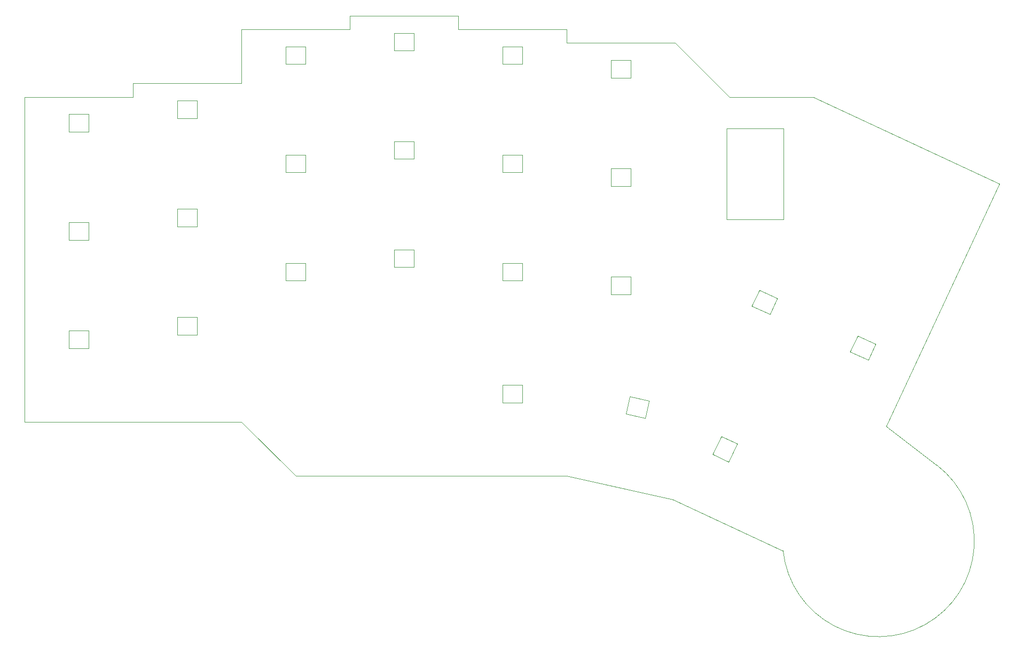
<source format=gbr>
%TF.GenerationSoftware,KiCad,Pcbnew,7.0.5*%
%TF.CreationDate,2024-03-19T12:27:36+08:00*%
%TF.ProjectId,Prime52left,5072696d-6535-4326-9c65-66742e6b6963,rev?*%
%TF.SameCoordinates,Original*%
%TF.FileFunction,Profile,NP*%
%FSLAX46Y46*%
G04 Gerber Fmt 4.6, Leading zero omitted, Abs format (unit mm)*
G04 Created by KiCad (PCBNEW 7.0.5) date 2024-03-19 12:27:36*
%MOMM*%
%LPD*%
G01*
G04 APERTURE LIST*
%TA.AperFunction,Profile*%
%ADD10C,0.100000*%
%TD*%
%TA.AperFunction,Profile*%
%ADD11C,0.120000*%
%TD*%
%TA.AperFunction,Profile*%
%ADD12C,0.050000*%
%TD*%
G04 APERTURE END LIST*
D10*
X129770000Y-69845000D02*
X129770000Y-67464000D01*
X91670000Y-65082000D02*
X91670000Y-67464000D01*
X34520000Y-136520000D02*
X72620000Y-136520000D01*
X129770000Y-67464000D02*
X110720000Y-67464000D01*
X205804024Y-94615231D02*
X185889404Y-137298714D01*
X53570000Y-76989000D02*
X53570000Y-79370000D01*
X110720000Y-65082000D02*
X91670000Y-65082000D01*
X34520000Y-79370000D02*
X34520000Y-136520000D01*
X167782170Y-159218430D02*
G75*
G03*
X194784067Y-144141201I16750530J1718920D01*
G01*
X72620000Y-136520000D02*
X82145000Y-146045000D01*
X148370036Y-150166521D02*
X167782177Y-159218429D01*
X148820000Y-69845000D02*
X129770000Y-69845000D01*
X110720000Y-67464000D02*
X110720000Y-65082000D01*
X148370036Y-150166521D02*
X129770802Y-146044608D01*
X72620000Y-67464000D02*
X72620000Y-76989000D01*
X158345000Y-79370000D02*
X173099719Y-79370000D01*
X148820000Y-69845000D02*
X158345000Y-79370000D01*
X205802981Y-94616175D02*
X173099719Y-79370000D01*
X53570000Y-79370000D02*
X34520000Y-79370000D01*
X129770000Y-146045000D02*
X82145000Y-146045000D01*
X91670000Y-67464000D02*
X72620000Y-67464000D01*
X194784067Y-144141200D02*
X185889404Y-137298714D01*
X72620000Y-76989000D02*
X53570000Y-76989000D01*
D11*
%TO.C,RE1*%
X157870000Y-84895000D02*
X157870000Y-100895000D01*
X157870000Y-84895000D02*
X167870000Y-84895000D01*
X157870000Y-100895000D02*
X167870000Y-100895000D01*
X167870000Y-100895000D02*
X167870000Y-84895000D01*
D12*
%TO.C,L6*%
X137545000Y-91940000D02*
X137545000Y-95040000D01*
X137545000Y-95040000D02*
X141045000Y-95040000D01*
X141045000Y-91940000D02*
X137545000Y-91940000D01*
X141045000Y-95040000D02*
X141045000Y-91940000D01*
%TO.C,L18*%
X61345000Y-118134000D02*
X61345000Y-121234000D01*
X61345000Y-121234000D02*
X64845000Y-121234000D01*
X64845000Y-118134000D02*
X61345000Y-118134000D01*
X64845000Y-121234000D02*
X64845000Y-118134000D01*
%TO.C,L14*%
X99445000Y-68127000D02*
X99445000Y-71227000D01*
X99445000Y-71227000D02*
X102945000Y-71227000D01*
X102945000Y-68127000D02*
X99445000Y-68127000D01*
X102945000Y-71227000D02*
X102945000Y-68127000D01*
%TO.C,L21*%
X45795000Y-85515000D02*
X45795000Y-82415000D01*
X45795000Y-82415000D02*
X42295000Y-82415000D01*
X42295000Y-85515000D02*
X45795000Y-85515000D01*
X42295000Y-82415000D02*
X42295000Y-85515000D01*
%TO.C,L13*%
X99445000Y-87177000D02*
X99445000Y-90277000D01*
X99445000Y-90277000D02*
X102945000Y-90277000D01*
X102945000Y-87177000D02*
X99445000Y-87177000D01*
X102945000Y-90277000D02*
X102945000Y-87177000D01*
%TO.C,L12*%
X99445000Y-106227000D02*
X99445000Y-109327000D01*
X99445000Y-109327000D02*
X102945000Y-109327000D01*
X102945000Y-106227000D02*
X99445000Y-106227000D01*
X102945000Y-109327000D02*
X102945000Y-106227000D01*
%TO.C,L1*%
X182737980Y-125681359D02*
X184048097Y-122871805D01*
X184048097Y-122871805D02*
X180876020Y-121392641D01*
X179565903Y-124202195D02*
X182737980Y-125681359D01*
X180876020Y-121392641D02*
X179565903Y-124202195D01*
%TO.C,L17*%
X83895000Y-111709000D02*
X83895000Y-108609000D01*
X83895000Y-108609000D02*
X80395000Y-108609000D01*
X80395000Y-111709000D02*
X83895000Y-111709000D01*
X80395000Y-108609000D02*
X80395000Y-111709000D01*
%TO.C,L15*%
X83895000Y-73609000D02*
X83895000Y-70509000D01*
X83895000Y-70509000D02*
X80395000Y-70509000D01*
X80395000Y-73609000D02*
X83895000Y-73609000D01*
X80395000Y-70509000D02*
X80395000Y-73609000D01*
%TO.C,L10*%
X121995000Y-111709000D02*
X121995000Y-108609000D01*
X121995000Y-108609000D02*
X118495000Y-108609000D01*
X118495000Y-111709000D02*
X121995000Y-111709000D01*
X118495000Y-108609000D02*
X118495000Y-111709000D01*
%TO.C,L3*%
X159710159Y-140387634D02*
X156900605Y-139077517D01*
X156900605Y-139077517D02*
X155421441Y-142249594D01*
X158230995Y-143559711D02*
X159710159Y-140387634D01*
X155421441Y-142249594D02*
X158230995Y-143559711D01*
%TO.C,L22*%
X45795000Y-104565000D02*
X45795000Y-101465000D01*
X45795000Y-101465000D02*
X42295000Y-101465000D01*
X42295000Y-104565000D02*
X45795000Y-104565000D01*
X42295000Y-101465000D02*
X42295000Y-104565000D01*
%TO.C,L16*%
X83895000Y-92659000D02*
X83895000Y-89559000D01*
X83895000Y-89559000D02*
X80395000Y-89559000D01*
X80395000Y-92659000D02*
X83895000Y-92659000D01*
X80395000Y-89559000D02*
X80395000Y-92659000D01*
%TO.C,L9*%
X121995000Y-92659000D02*
X121995000Y-89559000D01*
X121995000Y-89559000D02*
X118495000Y-89559000D01*
X118495000Y-92659000D02*
X121995000Y-92659000D01*
X118495000Y-89559000D02*
X118495000Y-92659000D01*
%TO.C,L4*%
X143571537Y-135886028D02*
X144242499Y-132859511D01*
X144242499Y-132859511D02*
X140825463Y-132101972D01*
X140154501Y-135128489D02*
X143571537Y-135886028D01*
X140825463Y-132101972D02*
X140154501Y-135128489D01*
%TO.C,L7*%
X137545000Y-72890000D02*
X137545000Y-75990000D01*
X137545000Y-75990000D02*
X141045000Y-75990000D01*
X141045000Y-72890000D02*
X137545000Y-72890000D01*
X141045000Y-75990000D02*
X141045000Y-72890000D01*
%TO.C,L5*%
X137545000Y-110990000D02*
X137545000Y-114090000D01*
X137545000Y-114090000D02*
X141045000Y-114090000D01*
X141045000Y-110990000D02*
X137545000Y-110990000D01*
X141045000Y-114090000D02*
X141045000Y-110990000D01*
%TO.C,L23*%
X45795000Y-123615000D02*
X45795000Y-120515000D01*
X45795000Y-120515000D02*
X42295000Y-120515000D01*
X42295000Y-123615000D02*
X45795000Y-123615000D01*
X42295000Y-120515000D02*
X42295000Y-123615000D01*
%TO.C,L19*%
X61345000Y-99084000D02*
X61345000Y-102184000D01*
X61345000Y-102184000D02*
X64845000Y-102184000D01*
X64845000Y-99084000D02*
X61345000Y-99084000D01*
X64845000Y-102184000D02*
X64845000Y-99084000D01*
%TO.C,L11*%
X121995000Y-133140000D02*
X121995000Y-130040000D01*
X121995000Y-130040000D02*
X118495000Y-130040000D01*
X118495000Y-133140000D02*
X121995000Y-133140000D01*
X118495000Y-130040000D02*
X118495000Y-133140000D01*
%TO.C,L2*%
X165472980Y-117630359D02*
X166783097Y-114820805D01*
X166783097Y-114820805D02*
X163611020Y-113341641D01*
X162300903Y-116151195D02*
X165472980Y-117630359D01*
X163611020Y-113341641D02*
X162300903Y-116151195D01*
%TO.C,L20*%
X61345000Y-80034000D02*
X61345000Y-83134000D01*
X61345000Y-83134000D02*
X64845000Y-83134000D01*
X64845000Y-80034000D02*
X61345000Y-80034000D01*
X64845000Y-83134000D02*
X64845000Y-80034000D01*
%TO.C,L8*%
X121995000Y-73609000D02*
X121995000Y-70509000D01*
X121995000Y-70509000D02*
X118495000Y-70509000D01*
X118495000Y-73609000D02*
X121995000Y-73609000D01*
X118495000Y-70509000D02*
X118495000Y-73609000D01*
%TD*%
M02*

</source>
